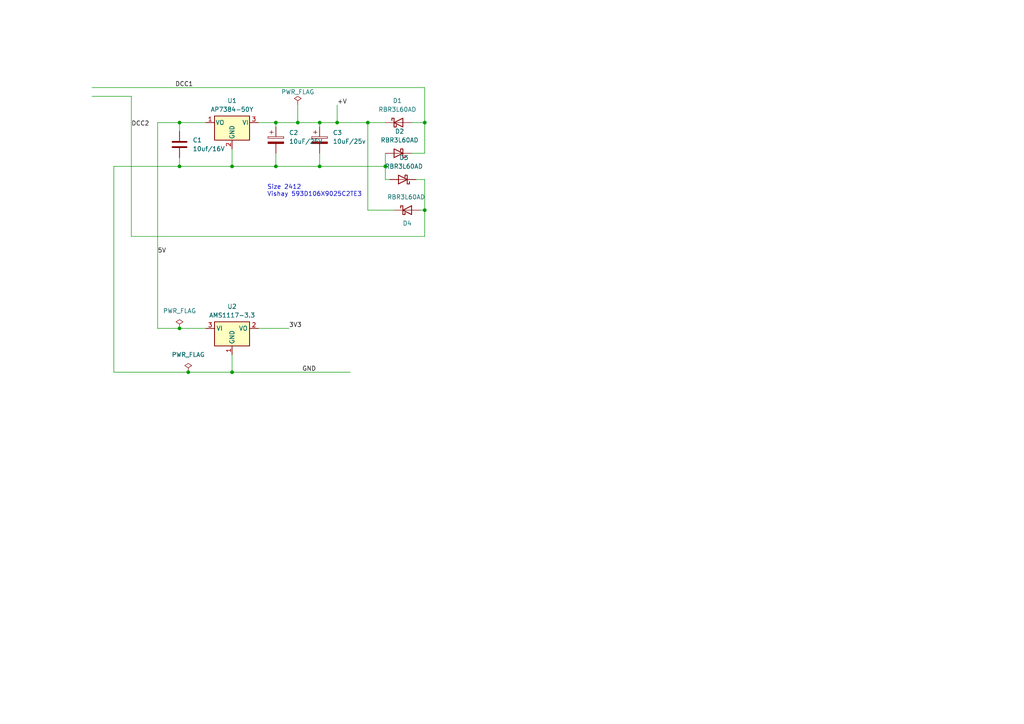
<source format=kicad_sch>
(kicad_sch (version 20230121) (generator eeschema)
  (paper "A4")
  (lib_symbols
    (symbol "Device:C" (pin_numbers hide) (pin_names (offset 0.254))
      (property "Reference" "C" (at 0.635 2.54 0))
      (property "Value" "C" (at 0.635 -2.54 0))
      (symbol "C_0_1"
        (polyline (pts (xy -2.032 -0.762) (xy 2.032 -0.762)) (stroke (width 0.508)))
        (polyline (pts (xy -2.032 0.762) (xy 2.032 0.762)) (stroke (width 0.508)))
      )
      (symbol "C_1_1"
        (pin passive line (at 0 3.81 270) (length 2.794) (name "~") (number "1"))
        (pin passive line (at 0 -3.81 90) (length 2.794) (name "~") (number "2"))
      )
    )
    (symbol "Device:C_Polarized" (pin_numbers hide) (pin_names (offset 0.254))
      (property "Reference" "C" (at 0.635 2.54 0))
      (property "Value" "C_Polarized" (at 0.635 -2.54 0))
      (symbol "C_Polarized_0_1"
        (rectangle (start -2.286 0.508) (end 2.286 1.016))
        (polyline (pts (xy -1.778 2.286) (xy -0.762 2.286)))
        (polyline (pts (xy -1.27 2.794) (xy -1.27 1.778)))
        (rectangle (start 2.286 -0.508) (end -2.286 -1.016) (fill (type outline)))
      )
      (symbol "C_Polarized_1_1"
        (pin passive line (at 0 3.81 270) (length 2.794) (name "~") (number "1"))
        (pin passive line (at 0 -3.81 90) (length 2.794) (name "~") (number "2"))
      )
    )
    (symbol "Device:D_Schottky" (pin_numbers hide) (pin_names (offset 1.016) hide)
      (property "Reference" "D" (at 0 2.54 0))
      (property "Value" "D_Schottky" (at 0 -2.54 0))
      (symbol "D_Schottky_0_1"
        (polyline (pts (xy 1.27 0) (xy -1.27 0)))
        (polyline (pts (xy 1.27 1.27) (xy 1.27 -1.27) (xy -1.27 0) (xy 1.27 1.27)) (stroke (width 0.254)))
        (polyline (pts (xy -1.905 0.635) (xy -1.905 1.27) (xy -1.27 1.27) (xy -1.27 -1.27) (xy -0.635 -1.27) (xy -0.635 -0.635)) (stroke (width 0.254)))
      )
      (symbol "D_Schottky_1_1"
        (pin passive line (at -3.81 0 0) (length 2.54) (name "K") (number "1"))
        (pin passive line (at 3.81 0 180) (length 2.54) (name "A") (number "2"))
      )
    )
    (symbol "Regulator_Linear:AMS1117-3.3"
      (property "Reference" "U" (at -3.81 3.175 0))
      (property "Value" "AMS1117-3.3" (at 0 3.175 0))
      (symbol "AMS1117-3.3_0_1"
        (rectangle (start -5.08 -5.08) (end 5.08 1.905) (stroke (width 0.254)) (fill (type background)))
      )
      (symbol "AMS1117-3.3_1_1"
        (pin power_in line (at 0 -7.62 90) (length 2.54) (name "GND") (number "1"))
        (pin power_out line (at 7.62 0 180) (length 2.54) (name "VO") (number "2"))
        (pin power_in line (at -7.62 0 0) (length 2.54) (name "VI") (number "3"))
      )
    )
    (symbol "Regulator_Linear:AP7384-50Y" (pin_names (offset 0.254))
      (property "Reference" "U" (at -3.81 3.175 0))
      (property "Value" "AP7384-50Y" (at 0 3.175 0))
      (symbol "AP7384-50Y_0_1"
        (rectangle (start -5.08 1.905) (end 5.08 -5.08) (stroke (width 0.254)) (fill (type background)))
      )
      (symbol "AP7384-50Y_1_1"
        (pin power_out line (at 7.62 0 180) (length 2.54) (name "VO") (number "1"))
        (pin power_in line (at 0 -7.62 90) (length 2.54) (name "GND") (number "2"))
        (pin power_in line (at -7.62 0 0) (length 2.54) (name "VI") (number "3"))
      )
    )
    (symbol "power:PWR_FLAG" (power) (pin_numbers hide) (pin_names (offset 0) hide)
      (property "Value" "PWR_FLAG" (at 0 3.81 0))
      (symbol "PWR_FLAG_0_0"
        (pin power_out line (at 0 0 90) (length 0) (name "pwr") (number "1"))
      )
      (symbol "PWR_FLAG_0_1"
        (polyline (pts (xy 0 0) (xy 0 1.27) (xy -1.016 1.905) (xy 0 2.54) (xy 1.016 1.905) (xy 0 1.27)))
      )
    )
  )
  (junction (at 123.19 60.96))
  (junction (at 86.36 35.56))
  (junction (at 92.71 35.56))
  (junction (at 67.31 107.95))
  (junction (at 54.61 107.95))
  (junction (at 97.79 35.56))
  (junction (at 92.71 48.26))
  (junction (at 80.01 35.56))
  (junction (at 52.07 35.56))
  (junction (at 123.19 35.56))
  (junction (at 67.31 48.26))
  (junction (at 111.76 48.26))
  (junction (at 80.01 48.26))
  (junction (at 52.07 48.26))
  (junction (at 52.07 95.25))
  (junction (at 106.68 35.56))
  (wire (pts (xy 123.19 25.4) (xy 123.19 35.56)))
  (wire (pts (xy 52.07 95.25) (xy 59.69 95.25)))
  (wire (pts (xy 97.79 35.56) (xy 106.68 35.56)))
  (wire (pts (xy 45.72 35.56) (xy 52.07 35.56)))
  (wire (pts (xy 45.72 95.25) (xy 52.07 95.25)))
  (wire (pts (xy 86.36 35.56) (xy 92.71 35.56)))
  (wire (pts (xy 33.02 107.95) (xy 54.61 107.95)))
  (wire (pts (xy 26.67 25.4) (xy 123.19 25.4)))
  (wire (pts (xy 80.01 48.26) (xy 92.71 48.26)))
  (wire (pts (xy 26.67 27.94) (xy 38.1 27.94)))
  (wire (pts (xy 38.1 27.94) (xy 38.1 68.58)))
  (wire (pts (xy 52.07 35.56) (xy 52.07 38.1)))
  (wire (pts (xy 111.76 44.45) (xy 111.76 48.26)))
  (wire (pts (xy 111.76 52.07) (xy 113.03 52.07)))
  (wire (pts (xy 67.31 48.26) (xy 52.07 48.26)))
  (wire (pts (xy 111.76 48.26) (xy 111.76 52.07)))
  (wire (pts (xy 54.61 107.95) (xy 67.31 107.95)))
  (wire (pts (xy 52.07 35.56) (xy 59.69 35.56)))
  (wire (pts (xy 80.01 44.45) (xy 80.01 48.26)))
  (wire (pts (xy 80.01 35.56) (xy 80.01 36.83)))
  (wire (pts (xy 67.31 48.26) (xy 80.01 48.26)))
  (wire (pts (xy 106.68 35.56) (xy 111.76 35.56)))
  (wire (pts (xy 74.93 35.56) (xy 80.01 35.56)))
  (wire (pts (xy 52.07 48.26) (xy 33.02 48.26)))
  (wire (pts (xy 97.79 30.48) (xy 97.79 35.56)))
  (wire (pts (xy 67.31 107.95) (xy 101.6 107.95)))
  (wire (pts (xy 123.19 35.56) (xy 123.19 44.45)))
  (wire (pts (xy 123.19 68.58) (xy 123.19 60.96)))
  (wire (pts (xy 92.71 35.56) (xy 97.79 35.56)))
  (wire (pts (xy 67.31 102.87) (xy 67.31 107.95)))
  (wire (pts (xy 106.68 60.96) (xy 114.3 60.96)))
  (wire (pts (xy 92.71 44.45) (xy 92.71 48.26)))
  (wire (pts (xy 106.68 35.56) (xy 106.68 60.96)))
  (wire (pts (xy 45.72 35.56) (xy 45.72 95.25)))
  (wire (pts (xy 86.36 30.48) (xy 86.36 35.56)))
  (wire (pts (xy 38.1 68.58) (xy 123.19 68.58)))
  (wire (pts (xy 123.19 60.96) (xy 123.19 52.07)))
  (wire (pts (xy 123.19 52.07) (xy 120.65 52.07)))
  (wire (pts (xy 74.93 95.25) (xy 83.82 95.25)))
  (wire (pts (xy 67.31 43.18) (xy 67.31 48.26)))
  (wire (pts (xy 123.19 44.45) (xy 119.38 44.45)))
  (wire (pts (xy 80.01 35.56) (xy 86.36 35.56)))
  (wire (pts (xy 52.07 48.26) (xy 52.07 45.72)))
  (wire (pts (xy 33.02 48.26) (xy 33.02 107.95)))
  (wire (pts (xy 123.19 60.96) (xy 121.92 60.96)))
  (wire (pts (xy 92.71 48.26) (xy 111.76 48.26)))
  (wire (pts (xy 123.19 35.56) (xy 119.38 35.56)))
  (wire (pts (xy 92.71 35.56) (xy 92.71 36.83)))
  (text "Size 2412\nVishay 593D106X9025C2TE3" (at 77.47 57.15 0) (effects (font (size 1.27 1.27)) (justify left bottom)))
  (label "+V" (at 97.79 30.48 0))
  (label "3V3" (at 83.82 95.25 0))
  (label "5V" (at 45.72 73.66 0))
  (label "DCC1" (at 50.8 25.4 0))
  (label "GND" (at 87.63 107.95 0))
  (label "DCC2" (at 38.1 36.83 0))
  (symbol (lib_id "Device:D_Schottky") (at 115.57 35.56 0) (unit 1)
    (property "Reference" "D1" (at 115.2525 29.21 0))
    (property "Value" "RBR3L60AD" (at 115.2525 31.75 0))
    (property "Footprint" "Diode_SMD:D_SMA_Handsoldering" (effects hide))
  )
  (symbol (lib_id "Regulator_Linear:AMS1117-3.3") (at 67.31 95.25 0) (unit 1)
    (property "Reference" "U2" (at 67.31 88.9 0))
    (property "Value" "AMS1117-3.3" (at 67.31 91.44 0))
    (property "Footprint" "Package_TO_SOT_SMD:SOT-223-3_TabPin2" (effects hide))
    (property "Datasheet" "http://www.advanced-monolithic.com/pdf/ds1117.pdf" (effects hide))
  )
  (symbol (lib_id "Device:C") (at 52.07 41.91 0) (unit 1)
    (property "Reference" "C1" (at 55.88 40.64 0) (effects (justify left)))
    (property "Value" "10uf/16V" (at 55.88 43.18 0) (effects (justify left)))
    (property "Footprint" "Capacitor_SMD:C_1206_3216Metric_Pad1.33x1.80mm_HandSolder" (effects hide))
  )
  (symbol (lib_id "power:PWR_FLAG") (at 86.36 30.48 0) (unit 1)
    (property "Reference" "#FLG01" (effects hide))
    (property "Value" "PWR_FLAG" (at 86.36 26.67 0))
  )
  (symbol (lib_id "power:PWR_FLAG") (at 52.07 95.25 0) (unit 1)
    (property "Reference" "#FLG02" (effects hide))
    (property "Value" "PWR_FLAG" (at 52.07 90.17 0))
  )
  (symbol (lib_id "power:PWR_FLAG") (at 54.61 107.95 0) (unit 1)
    (property "Reference" "#FLG03" (effects hide))
    (property "Value" "PWR_FLAG" (at 54.61 102.87 0))
  )
  (symbol (lib_id "Device:D_Schottky") (at 115.57 44.45 180) (unit 1)
    (property "Reference" "D2" (at 115.8875 38.1 0))
    (property "Value" "RBR3L60AD" (at 115.8875 40.64 0))
    (property "Footprint" "Diode_SMD:D_SMA_Handsoldering" (effects hide))
  )
  (symbol (lib_id "Device:D_Schottky") (at 118.11 60.96 0) (unit 1)
    (property "Reference" "D4" (at 118.11 64.77 0))
    (property "Value" "RBR3L60AD" (at 117.7925 57.15 0))
    (property "Footprint" "Diode_SMD:D_SMA_Handsoldering" (effects hide))
  )
  (symbol (lib_id "Device:D_Schottky") (at 116.84 52.07 180) (unit 1)
    (property "Reference" "D3" (at 117.1575 45.72 0))
    (property "Value" "RBR3L60AD" (at 117.1575 48.26 0))
    (property "Footprint" "Diode_SMD:D_SMA_Handsoldering" (effects hide))
  )
  (symbol (lib_id "Regulator_Linear:AP7384-50Y") (at 67.31 35.56 0) (mirror y) (unit 1)
    (property "Reference" "U1" (at 67.31 29.21 0))
    (property "Value" "AP7384-50Y" (at 67.31 31.75 0))
    (property "Footprint" "Package_TO_SOT_SMD:SOT-89-3" (effects hide))
    (property "Datasheet" "https://www.diodes.com/assets/Datasheets/AP7384.pdf" (effects hide))
  )
  (symbol (lib_id "Device:C_Polarized") (at 80.01 40.64 0) (unit 1)
    (property "Reference" "C2" (at 83.82 38.481 0) (effects (justify left)))
    (property "Value" "10uF/25V" (at 83.82 41.021 0) (effects (justify left)))
    (property "Footprint" "Capacitor_Tantalum_SMD:CP_EIA-6032-20_AVX-F_Pad2.25x2.35mm_HandSolder" (effects hide))
  )
  (symbol (lib_id "Device:C_Polarized") (at 92.71 40.64 0) (unit 1)
    (property "Reference" "C3" (at 96.52 38.481 0) (effects (justify left)))
    (property "Value" "10uF/25v" (at 96.52 41.021 0) (effects (justify left)))
    (property "Footprint" "Capacitor_Tantalum_SMD:CP_EIA-6032-20_AVX-F_Pad2.25x2.35mm_HandSolder" (effects hide))
  )
)
</source>
